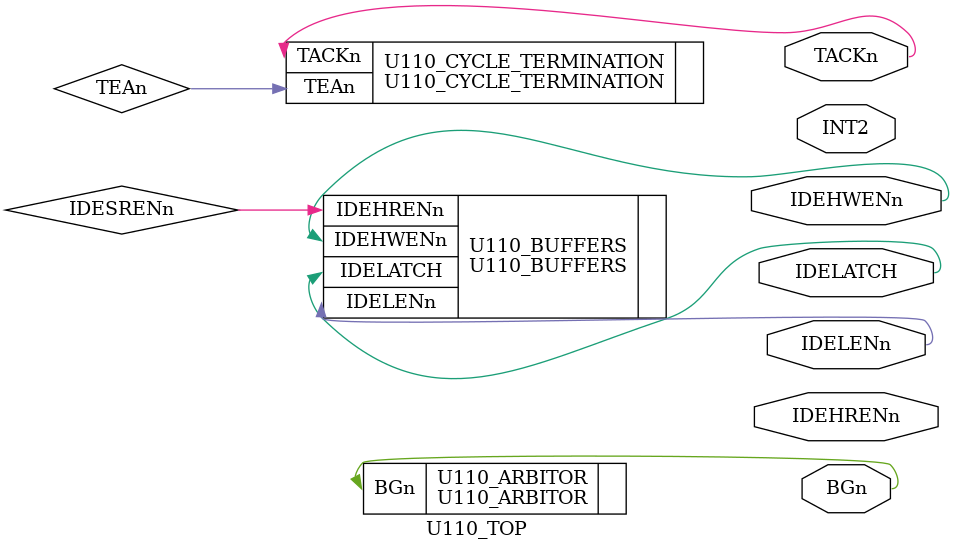
<source format=v>
module U110_TOP (

    output INT2, TACKn,
    output IDELENn, IDEHRENn, IDEHWENn, IDELATCH,
    output BGn

);

////////////////
// INTERRUPT //
//////////////

U110_INTERRUPT U110_INTERRUPT (

    //output
    .INT2n (INT2n)

);

////////////////////////
// CYCLE TERMINATION //
//////////////////////

U110_CYCLE_TERMINATION U110_CYCLE_TERMINATION (

    //output
    .TACKn (TACKn),
    .TEAn (TEAn)

);

//////////////
// BUFFERS //
////////////

U110_BUFFERS U110_BUFFERS (

    //output
    .IDELENn (IDELENn),
    .IDEHRENn (IDESRENn),
    .IDEHWENn (IDEHWENn),
    .IDELATCH (IDELATCH)

);


//////////////////
// BUS ARBITOR //
////////////////

U110_ARBITOR U110_ARBITOR (

    //output
    .BGn (BGn)

);

endmodule

</source>
